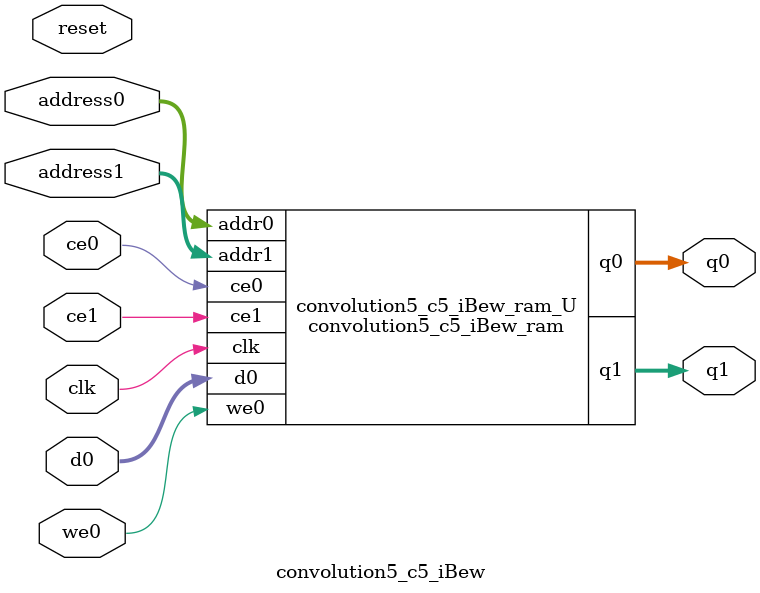
<source format=v>

`timescale 1 ns / 1 ps
module convolution5_c5_iBew_ram (addr0, ce0, d0, we0, q0, addr1, ce1, q1,  clk);

parameter DWIDTH = 32;
parameter AWIDTH = 7;
parameter MEM_SIZE = 120;

input[AWIDTH-1:0] addr0;
input ce0;
input[DWIDTH-1:0] d0;
input we0;
output reg[DWIDTH-1:0] q0;
input[AWIDTH-1:0] addr1;
input ce1;
output reg[DWIDTH-1:0] q1;
input clk;

(* ram_style = "block" *)reg [DWIDTH-1:0] ram[0:MEM_SIZE-1];




always @(posedge clk)  
begin 
    if (ce0) 
    begin
        if (we0) 
        begin 
            ram[addr0] <= d0; 
            q0 <= d0;
        end 
        else 
            q0 <= ram[addr0];
    end
end


always @(posedge clk)  
begin 
    if (ce1) 
    begin
            q1 <= ram[addr1];
    end
end


endmodule


`timescale 1 ns / 1 ps
module convolution5_c5_iBew(
    reset,
    clk,
    address0,
    ce0,
    we0,
    d0,
    q0,
    address1,
    ce1,
    q1);

parameter DataWidth = 32'd32;
parameter AddressRange = 32'd120;
parameter AddressWidth = 32'd7;
input reset;
input clk;
input[AddressWidth - 1:0] address0;
input ce0;
input we0;
input[DataWidth - 1:0] d0;
output[DataWidth - 1:0] q0;
input[AddressWidth - 1:0] address1;
input ce1;
output[DataWidth - 1:0] q1;



convolution5_c5_iBew_ram convolution5_c5_iBew_ram_U(
    .clk( clk ),
    .addr0( address0 ),
    .ce0( ce0 ),
    .d0( d0 ),
    .we0( we0 ),
    .q0( q0 ),
    .addr1( address1 ),
    .ce1( ce1 ),
    .q1( q1 ));

endmodule


</source>
